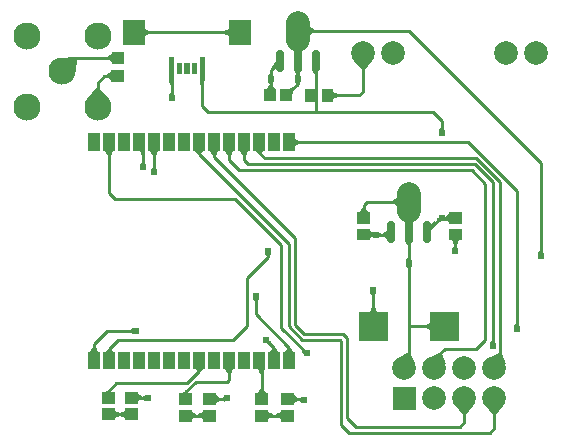
<source format=gtl>
G04 Layer: TopLayer*
G04 EasyEDA v6.1.48, Tue, 21 May 2019 15:32:19 GMT*
G04 55fe052d9e4a4200a3b67694a85f930b,46bf6a40d4384fdb86bc8fc37bf60e4c,10*
G04 Gerber Generator version 0.2*
G04 Scale: 100 percent, Rotated: No, Reflected: No *
G04 Dimensions in millimeters *
G04 leading zeros omitted , absolute positions ,3 integer and 3 decimal *
%FSLAX33Y33*%
%MOMM*%
G90*
G71D02*

%ADD11C,0.250012*%
%ADD12C,1.999996*%
%ADD13C,0.699999*%
%ADD14C,0.620014*%
%ADD20R,0.999998X1.099998*%
%ADD23C,2.299995*%

%LPD*%
G54D11*
G01X9051Y14906D02*
G01X9051Y15909D01*
G01X9801Y16659D01*
G01X19580Y16659D01*
G01X20723Y17802D01*
G01X20723Y21866D01*
G01X22501Y23644D01*
G01X22501Y24152D01*
G01X19211Y33397D02*
G01X19211Y31886D01*
G01X20088Y31010D01*
G01X39757Y31010D01*
G01X40916Y29872D01*
G01X40916Y16659D01*
G01X40154Y15897D01*
G01X37487Y15897D01*
G01X36598Y15008D01*
G01X36598Y14246D01*
G01X25041Y42780D02*
G01X25081Y42821D01*
G01X34439Y42821D01*
G01X45615Y31645D01*
G01X45615Y29232D01*
G01X26311Y35963D02*
G01X36471Y35963D01*
G01X37233Y35201D01*
G01X37233Y34185D01*
G01X16671Y33397D02*
G01X16671Y32394D01*
G01X24279Y24787D01*
G01X24279Y17802D01*
G01X25422Y16659D01*
G01X28597Y16659D01*
G01X28724Y16532D01*
G01X28724Y9420D01*
G01X29359Y8785D01*
G01X41297Y8785D01*
G01X41678Y9166D01*
G01X41678Y11706D01*
G01X27550Y37362D02*
G01X30250Y37362D01*
G01X30558Y37670D01*
G01X30558Y40916D01*
G01X16943Y39635D02*
G01X16913Y39602D01*
G01X16913Y36471D01*
G01X17421Y35963D01*
G01X26311Y35963D01*
G01X17941Y33397D02*
G01X17941Y32140D01*
G01X24787Y25295D01*
G01X24787Y17929D01*
G01X25549Y17167D01*
G01X28851Y17167D01*
G01X29232Y16786D01*
G01X29232Y10055D01*
G01X29994Y9293D01*
G01X38757Y9293D01*
G01X39138Y9674D01*
G01X39138Y11706D01*
G01X34439Y28302D02*
G01X34439Y28343D01*
G01X30883Y28343D01*
G01X30631Y28091D01*
G01X30631Y26979D01*
G01X20481Y33397D02*
G01X20481Y31886D01*
G01X20850Y31518D01*
G01X40027Y31518D01*
G01X41551Y29994D01*
G01X41551Y16151D01*
G01X21751Y33397D02*
G01X21751Y32521D01*
G01X22247Y32026D01*
G01X40154Y32026D01*
G01X42186Y29994D01*
G01X42186Y14246D01*
G01X41678Y14246D01*
G01X9051Y33397D02*
G01X9051Y29092D01*
G01X9547Y28597D01*
G01X19707Y28597D01*
G01X23644Y24660D01*
G01X23644Y17675D01*
G01X25803Y15516D01*
G01X12861Y33397D02*
G01X12861Y30895D01*
G01X12849Y30883D01*
G01X24291Y14906D02*
G01X24291Y16011D01*
G01X21485Y18817D01*
G01X21485Y20342D01*
G01X45615Y29232D02*
G01X45615Y23771D01*
G01X7781Y14906D02*
G01X7781Y16290D01*
G01X8912Y17421D01*
G01X11325Y17421D01*
G01X11960Y31264D02*
G01X11960Y33029D01*
G01X11591Y33397D01*
G01X23539Y40281D02*
G01X22755Y39496D01*
G01X22755Y38757D01*
G01X22755Y38757D02*
G01X22755Y37453D01*
G01X22658Y37356D01*
G01X24058Y37356D02*
G01X25041Y38339D01*
G01X25041Y38757D01*
G01X25041Y38757D02*
G01X25041Y40380D01*
G01X43583Y17548D02*
G01X43583Y29232D01*
G01X40027Y32788D01*
G01X39417Y33397D01*
G01X24291Y33397D01*
G01X14342Y39634D02*
G01X14342Y37106D01*
G01X11142Y42705D02*
G01X20143Y42705D01*
G01X34439Y23136D02*
G01X34439Y25902D01*
G01X5102Y39392D02*
G01X6245Y40535D01*
G01X9801Y40535D01*
G01X25041Y42780D02*
G01X25041Y40380D01*
G01X38379Y26979D02*
G01X37266Y26979D01*
G01X37233Y26946D01*
G01X30632Y25578D02*
G01X31615Y25578D01*
G01X31645Y25549D01*
G01X31645Y25549D02*
G01X32683Y25549D01*
G01X32937Y25803D01*
G01X38379Y25578D02*
G01X38379Y24155D01*
G01X38376Y24152D01*
G01X35940Y25803D02*
G01X37083Y26946D01*
G01X37233Y26946D01*
G01X26541Y35963D02*
G01X26542Y35963D01*
G01X26542Y40281D01*
G01X34058Y14246D02*
G01X34439Y14627D01*
G01X34439Y25902D01*
G01X37461Y17802D02*
G01X37460Y17801D01*
G01X34439Y17801D01*
G01X31416Y17802D02*
G01X31416Y20824D01*
G01X31391Y20850D01*
G01X22374Y16659D02*
G01X23021Y16011D01*
G01X23021Y14906D01*
G01X21993Y10244D02*
G01X24151Y10244D01*
G01X24152Y10243D01*
G01X15516Y10244D02*
G01X17547Y10244D01*
G01X17548Y10243D01*
G01X9039Y10371D02*
G01X10943Y10371D01*
G01X10944Y10370D01*
G01X17548Y11644D02*
G01X19010Y11644D01*
G01X19072Y11706D01*
G01X24152Y11644D02*
G01X25483Y11644D01*
G01X25549Y11579D01*
G01X10944Y11771D02*
G01X12275Y11771D01*
G01X12341Y11706D01*
G01X21751Y14906D02*
G01X21993Y14665D01*
G01X21993Y11643D01*
G01X15516Y11643D02*
G01X15516Y12214D01*
G01X16405Y13103D01*
G01X19072Y13103D01*
G01X19211Y13242D01*
G01X19211Y14906D01*
G01X9039Y11770D02*
G01X9039Y12341D01*
G01X9674Y12976D01*
G01X15643Y12976D01*
G01X16405Y13738D01*
G01X16671Y14004D01*
G01X16671Y14906D01*
G01X8101Y36392D02*
G01X8101Y38454D01*
G01X8658Y39011D01*
G01X9801Y39011D01*
G54D12*
G01X25041Y42030D02*
G01X25041Y43530D01*
G54D13*
G01X25041Y39680D02*
G01X25041Y41080D01*
G01X26542Y39681D02*
G01X26542Y40881D01*
G01X23539Y39681D02*
G01X23539Y40881D01*
G54D12*
G01X34439Y27552D02*
G01X34439Y29052D01*
G54D13*
G01X34439Y25202D02*
G01X34439Y26602D01*
G01X35940Y25203D02*
G01X35940Y26403D01*
G01X32937Y25203D02*
G01X32937Y26403D01*
G36*
G01X10301Y41035D02*
G01X10301Y40035D01*
G01X9301Y40035D01*
G01X9301Y41035D01*
G01X10301Y41035D01*
G37*
G36*
G01X10352Y39510D02*
G01X10352Y38511D01*
G01X9249Y38511D01*
G01X9249Y39510D01*
G01X10352Y39510D01*
G37*
G36*
G01X14116Y38635D02*
G01X14116Y40634D01*
G01X14568Y40634D01*
G01X14568Y38635D01*
G01X14116Y38635D01*
G37*
G36*
G01X14767Y39134D02*
G01X14767Y40134D01*
G01X15217Y40134D01*
G01X15217Y39134D01*
G01X14767Y39134D01*
G37*
G36*
G01X15418Y39134D02*
G01X15418Y40134D01*
G01X15868Y40134D01*
G01X15868Y39134D01*
G01X15418Y39134D01*
G37*
G36*
G01X16068Y39134D02*
G01X16068Y40134D01*
G01X16518Y40134D01*
G01X16518Y39134D01*
G01X16068Y39134D01*
G37*
G36*
G01X16717Y38635D02*
G01X16717Y40634D01*
G01X17169Y40634D01*
G01X17169Y38635D01*
G01X16717Y38635D01*
G37*
G36*
G01X12092Y43755D02*
G01X12092Y41655D01*
G01X10192Y41655D01*
G01X10192Y43755D01*
G01X12092Y43755D01*
G37*
G36*
G01X21093Y43755D02*
G01X21093Y41655D01*
G01X19193Y41655D01*
G01X19193Y43755D01*
G01X21093Y43755D01*
G37*
G36*
G01X16067Y12142D02*
G01X16067Y11144D01*
G01X14964Y11144D01*
G01X14964Y12142D01*
G01X16067Y12142D01*
G37*
G36*
G01X16067Y10743D02*
G01X16067Y9745D01*
G01X14964Y9745D01*
G01X14964Y10743D01*
G01X16067Y10743D01*
G37*
G36*
G01X22544Y12142D02*
G01X22544Y11144D01*
G01X21441Y11144D01*
G01X21441Y12142D01*
G01X22544Y12142D01*
G37*
G36*
G01X22544Y10743D02*
G01X22544Y9745D01*
G01X21441Y9745D01*
G01X21441Y10743D01*
G01X22544Y10743D01*
G37*
G36*
G01X9590Y12269D02*
G01X9590Y11271D01*
G01X8487Y11271D01*
G01X8487Y12269D01*
G01X9590Y12269D01*
G37*
G36*
G01X9590Y10870D02*
G01X9590Y9872D01*
G01X8487Y9872D01*
G01X8487Y10870D01*
G01X9590Y10870D01*
G37*
G54D20*
G01X22657Y37356D03*
G01X24058Y37356D03*
G36*
G01X28051Y36813D02*
G01X27051Y36813D01*
G01X27051Y37913D01*
G01X28051Y37913D01*
G01X28051Y36813D01*
G37*
G36*
G01X26651Y36813D02*
G01X25651Y36813D01*
G01X25651Y37913D01*
G01X26651Y37913D01*
G01X26651Y36813D01*
G37*
G36*
G01X30082Y25078D02*
G01X30082Y26078D01*
G01X31182Y26078D01*
G01X31182Y25078D01*
G01X30082Y25078D01*
G37*
G36*
G01X30082Y26478D02*
G01X30082Y27478D01*
G01X31182Y27478D01*
G01X31182Y26478D01*
G01X30082Y26478D01*
G37*
G36*
G01X37829Y25078D02*
G01X37829Y26078D01*
G01X38929Y26078D01*
G01X38929Y25078D01*
G01X37829Y25078D01*
G37*
G36*
G01X37829Y26478D02*
G01X37829Y27478D01*
G01X38929Y27478D01*
G01X38929Y26478D01*
G01X37829Y26478D01*
G37*
G36*
G01X32629Y16552D02*
G01X30203Y16552D01*
G01X30203Y19051D01*
G01X32629Y19051D01*
G01X32629Y16552D01*
G37*
G36*
G01X38674Y16552D02*
G01X36248Y16552D01*
G01X36248Y19051D01*
G01X38674Y19051D01*
G01X38674Y16552D01*
G37*
G36*
G01X10394Y9870D02*
G01X10394Y10870D01*
G01X11494Y10870D01*
G01X11494Y9870D01*
G01X10394Y9870D01*
G37*
G36*
G01X10394Y11270D02*
G01X10394Y12270D01*
G01X11494Y12270D01*
G01X11494Y11270D01*
G01X10394Y11270D01*
G37*
G36*
G01X16998Y9743D02*
G01X16998Y10743D01*
G01X18098Y10743D01*
G01X18098Y9743D01*
G01X16998Y9743D01*
G37*
G36*
G01X16998Y11143D02*
G01X16998Y12143D01*
G01X18098Y12143D01*
G01X18098Y11143D01*
G01X16998Y11143D01*
G37*
G36*
G01X23602Y9743D02*
G01X23602Y10743D01*
G01X24702Y10743D01*
G01X24702Y9743D01*
G01X23602Y9743D01*
G37*
G36*
G01X23602Y11143D02*
G01X23602Y12143D01*
G01X24702Y12143D01*
G01X24702Y11143D01*
G01X23602Y11143D01*
G37*
G36*
G01X11091Y14155D02*
G01X11091Y15656D01*
G01X12092Y15656D01*
G01X12092Y14155D01*
G01X11091Y14155D01*
G37*
G36*
G01X12361Y14155D02*
G01X12361Y15656D01*
G01X13362Y15656D01*
G01X13362Y14155D01*
G01X12361Y14155D01*
G37*
G36*
G01X13631Y14155D02*
G01X13631Y15656D01*
G01X14632Y15656D01*
G01X14632Y14155D01*
G01X13631Y14155D01*
G37*
G36*
G01X14901Y14155D02*
G01X14901Y15656D01*
G01X15902Y15656D01*
G01X15902Y14155D01*
G01X14901Y14155D01*
G37*
G36*
G01X16171Y14155D02*
G01X16171Y15656D01*
G01X17172Y15656D01*
G01X17172Y14155D01*
G01X16171Y14155D01*
G37*
G36*
G01X17441Y14155D02*
G01X17441Y15656D01*
G01X18442Y15656D01*
G01X18442Y14155D01*
G01X17441Y14155D01*
G37*
G36*
G01X18711Y14155D02*
G01X18711Y15656D01*
G01X19712Y15656D01*
G01X19712Y14155D01*
G01X18711Y14155D01*
G37*
G36*
G01X19981Y14155D02*
G01X19981Y15656D01*
G01X20982Y15656D01*
G01X20982Y14155D01*
G01X19981Y14155D01*
G37*
G36*
G01X23791Y32647D02*
G01X23791Y34148D01*
G01X24792Y34148D01*
G01X24792Y32647D01*
G01X23791Y32647D01*
G37*
G36*
G01X22521Y32647D02*
G01X22521Y34148D01*
G01X23522Y34148D01*
G01X23522Y32647D01*
G01X22521Y32647D01*
G37*
G36*
G01X21251Y32647D02*
G01X21251Y34148D01*
G01X22252Y34148D01*
G01X22252Y32647D01*
G01X21251Y32647D01*
G37*
G36*
G01X19981Y32647D02*
G01X19981Y34148D01*
G01X20982Y34148D01*
G01X20982Y32647D01*
G01X19981Y32647D01*
G37*
G36*
G01X18711Y32647D02*
G01X18711Y34148D01*
G01X19712Y34148D01*
G01X19712Y32647D01*
G01X18711Y32647D01*
G37*
G36*
G01X17441Y32647D02*
G01X17441Y34148D01*
G01X18442Y34148D01*
G01X18442Y32647D01*
G01X17441Y32647D01*
G37*
G36*
G01X16171Y32647D02*
G01X16171Y34148D01*
G01X17172Y34148D01*
G01X17172Y32647D01*
G01X16171Y32647D01*
G37*
G36*
G01X21251Y14155D02*
G01X21251Y15656D01*
G01X22252Y15656D01*
G01X22252Y14155D01*
G01X21251Y14155D01*
G37*
G36*
G01X22521Y14155D02*
G01X22521Y15656D01*
G01X23522Y15656D01*
G01X23522Y14155D01*
G01X22521Y14155D01*
G37*
G36*
G01X23791Y14155D02*
G01X23791Y15656D01*
G01X24792Y15656D01*
G01X24792Y14155D01*
G01X23791Y14155D01*
G37*
G36*
G01X9821Y14155D02*
G01X9821Y15656D01*
G01X10822Y15656D01*
G01X10822Y14155D01*
G01X9821Y14155D01*
G37*
G36*
G01X8551Y14155D02*
G01X8551Y15656D01*
G01X9552Y15656D01*
G01X9552Y14155D01*
G01X8551Y14155D01*
G37*
G36*
G01X7281Y14155D02*
G01X7281Y15656D01*
G01X8282Y15656D01*
G01X8282Y14155D01*
G01X7281Y14155D01*
G37*
G36*
G01X14901Y32647D02*
G01X14901Y34148D01*
G01X15902Y34148D01*
G01X15902Y32647D01*
G01X14901Y32647D01*
G37*
G36*
G01X13631Y32647D02*
G01X13631Y34148D01*
G01X14632Y34148D01*
G01X14632Y32647D01*
G01X13631Y32647D01*
G37*
G36*
G01X12361Y32647D02*
G01X12361Y34148D01*
G01X13362Y34148D01*
G01X13362Y32647D01*
G01X12361Y32647D01*
G37*
G36*
G01X11091Y32647D02*
G01X11091Y34148D01*
G01X12092Y34148D01*
G01X12092Y32647D01*
G01X11091Y32647D01*
G37*
G36*
G01X9821Y32647D02*
G01X9821Y34148D01*
G01X10822Y34148D01*
G01X10822Y32647D01*
G01X9821Y32647D01*
G37*
G36*
G01X8551Y32647D02*
G01X8551Y34148D01*
G01X9552Y34148D01*
G01X9552Y32647D01*
G01X8551Y32647D01*
G37*
G36*
G01X7281Y32647D02*
G01X7281Y34148D01*
G01X8282Y34148D01*
G01X8282Y32647D01*
G01X7281Y32647D01*
G37*

%LPD*%
G36*
G01X6297Y40410D02*
G01X6120Y40587D01*
G01X5030Y40539D01*
G01X6249Y39320D01*
G01X6297Y40410D01*
G37*

%LPD*%
G36*
G01X8226Y37957D02*
G01X7976Y37957D01*
G01X7239Y37152D01*
G01X8964Y37152D01*
G01X8226Y37957D01*
G37*

%LPD*%
G36*
G01X34564Y15516D02*
G01X34314Y15589D01*
G01X33523Y15090D01*
G01X34963Y14671D01*
G01X34564Y15516D01*
G37*

%LPD*%
G36*
G01X37227Y15460D02*
G01X36974Y15561D01*
G01X36145Y15137D01*
G01X37539Y14583D01*
G01X37227Y15460D01*
G37*

%LPD*%
G36*
G01X39888Y11044D02*
G01X38388Y11044D01*
G01X39013Y10344D01*
G01X39263Y10344D01*
G01X39888Y11044D01*
G37*

%LPD*%
G36*
G01X42428Y11044D02*
G01X40928Y11044D01*
G01X41553Y10344D01*
G01X41803Y10344D01*
G01X42428Y11044D01*
G37*

%LPD*%
G36*
G01X42311Y15458D02*
G01X42061Y15559D01*
G01X41228Y15139D01*
G01X42620Y14579D01*
G01X42311Y15458D01*
G37*

%LPD*%
G36*
G01X31308Y40254D02*
G01X29808Y40254D01*
G01X30433Y39554D01*
G01X30683Y39554D01*
G01X31308Y40254D01*
G37*

%LPD*%
G36*
G01X25822Y15825D02*
G01X25592Y15902D01*
G01X25416Y15726D01*
G01X25493Y15496D01*
G01X25822Y15825D01*
G37*

%LPD*%
G36*
G01X12986Y31301D02*
G01X12736Y31308D01*
G01X12622Y31094D01*
G01X13087Y31081D01*
G01X12986Y31301D01*
G37*

%LPD*%
G36*
G01X41676Y16573D02*
G01X41426Y16573D01*
G01X41318Y16356D01*
G01X41783Y16356D01*
G01X41676Y16573D01*
G37*

%LPD*%
G36*
G01X43708Y17970D02*
G01X43458Y17970D01*
G01X43350Y17753D01*
G01X43815Y17753D01*
G01X43708Y17970D01*
G37*

%LPD*%
G36*
G01X11119Y17188D02*
G01X11119Y17653D01*
G01X10902Y17546D01*
G01X10902Y17296D01*
G01X11119Y17188D01*
G37*

%LPD*%
G36*
G01X12085Y31686D02*
G01X11835Y31686D01*
G01X11727Y31469D01*
G01X12192Y31469D01*
G01X12085Y31686D01*
G37*

%LPD*%
G36*
G01X22760Y16448D02*
G01X22683Y16678D01*
G01X22354Y16349D01*
G01X22584Y16272D01*
G01X22760Y16448D01*
G37*

%LPD*%
G36*
G01X22880Y39179D02*
G01X22630Y39179D01*
G01X22522Y38962D01*
G01X22987Y38962D01*
G01X22880Y39179D01*
G37*

%LPD*%
G36*
G01X22987Y38551D02*
G01X22522Y38551D01*
G01X22630Y38334D01*
G01X22880Y38334D01*
G01X22987Y38551D01*
G37*

%LPD*%
G36*
G01X45740Y24193D02*
G01X45490Y24193D01*
G01X45382Y23976D01*
G01X45847Y23976D01*
G01X45740Y24193D01*
G37*

%LPD*%
G36*
G01X31541Y20436D02*
G01X31635Y20659D01*
G01X31171Y20631D01*
G01X31291Y20421D01*
G01X31541Y20436D01*
G37*

%LPD*%
G36*
G01X14467Y37528D02*
G01X14217Y37528D01*
G01X14110Y37311D01*
G01X14575Y37311D01*
G01X14467Y37528D01*
G37*

%LPD*%
G36*
G01X38504Y24573D02*
G01X38254Y24574D01*
G01X38145Y24358D01*
G01X38610Y24355D01*
G01X38504Y24573D01*
G37*

%LPD*%
G36*
G01X31423Y25331D02*
G01X31456Y25795D01*
G01X31232Y25703D01*
G01X31215Y25453D01*
G01X31423Y25331D01*
G37*

%LPD*%
G36*
G01X32067Y25674D02*
G01X31850Y25781D01*
G01X31850Y25316D01*
G01X32067Y25424D01*
G01X32067Y25674D01*
G37*

%LPD*%
G36*
G01X37643Y27104D02*
G01X37419Y27193D01*
G01X37455Y26730D01*
G01X37663Y26854D01*
G01X37643Y27104D01*
G37*

%LPD*%
G36*
G01X37174Y26641D02*
G01X36938Y27042D01*
G01X36803Y26843D01*
G01X36934Y26620D01*
G01X37174Y26641D01*
G37*

%LPD*%
G36*
G01X22733Y23946D02*
G01X22268Y23946D01*
G01X22376Y23729D01*
G01X22626Y23729D01*
G01X22733Y23946D01*
G37*

%LPD*%
G36*
G01X25273Y38551D02*
G01X24808Y38551D01*
G01X24916Y38339D01*
G01X25166Y38339D01*
G01X25273Y38551D01*
G37*

%LPD*%
G36*
G01X25166Y39179D02*
G01X24916Y39179D01*
G01X24808Y38962D01*
G01X25273Y38962D01*
G01X25166Y39179D01*
G37*

%LPD*%
G36*
G01X37358Y34607D02*
G01X37108Y34607D01*
G01X37000Y34390D01*
G01X37465Y34390D01*
G01X37358Y34607D01*
G37*

%LPD*%
G36*
G01X34564Y23558D02*
G01X34314Y23558D01*
G01X34206Y23341D01*
G01X34671Y23341D01*
G01X34564Y23558D01*
G37*

%LPD*%
G36*
G01X34564Y23558D02*
G01X34314Y23558D01*
G01X34206Y23341D01*
G01X34671Y23341D01*
G01X34564Y23558D01*
G37*

%LPD*%
G36*
G01X34671Y22930D02*
G01X34206Y22930D01*
G01X34314Y22713D01*
G01X34564Y22713D01*
G01X34671Y22930D01*
G37*

%LPD*%
G36*
G01X21717Y20136D02*
G01X21252Y20136D01*
G01X21360Y19919D01*
G01X21610Y19919D01*
G01X21717Y20136D01*
G37*

%LPD*%
G36*
G01X18903Y11445D02*
G01X18835Y11905D01*
G01X18635Y11769D01*
G01X18673Y11519D01*
G01X18903Y11445D01*
G37*

%LPD*%
G36*
G01X25310Y11380D02*
G01X25382Y11840D01*
G01X25151Y11769D01*
G01X25112Y11519D01*
G01X25310Y11380D01*
G37*

%LPD*%
G36*
G01X12102Y11507D02*
G01X12174Y11967D01*
G01X11943Y11896D01*
G01X11904Y11646D01*
G01X12102Y11507D01*
G37*

%LPD*%
G36*
G01X9301Y40222D02*
G01X9301Y40847D01*
G01X8926Y40660D01*
G01X8926Y40410D01*
G01X9301Y40222D01*
G37*

%LPD*%
G36*
G01X9249Y38698D02*
G01X9249Y39323D01*
G01X8874Y39136D01*
G01X8874Y38886D01*
G01X9249Y38698D01*
G37*

%LPD*%
G36*
G01X14568Y38635D02*
G01X14116Y38635D01*
G01X14217Y38260D01*
G01X14467Y38260D01*
G01X14568Y38635D01*
G37*

%LPD*%
G36*
G01X17169Y38635D02*
G01X16717Y38635D01*
G01X16788Y38260D01*
G01X17038Y38260D01*
G01X17169Y38635D01*
G37*

%LPD*%
G36*
G01X12467Y42830D02*
G01X12092Y43017D01*
G01X12092Y42392D01*
G01X12467Y42580D01*
G01X12467Y42830D01*
G37*

%LPD*%
G36*
G01X19193Y42392D02*
G01X19193Y43017D01*
G01X18818Y42830D01*
G01X18818Y42580D01*
G01X19193Y42392D01*
G37*

%LPD*%
G36*
G01X15641Y12214D02*
G01X15391Y12214D01*
G01X15203Y12142D01*
G01X15828Y12142D01*
G01X15641Y12214D01*
G37*

%LPD*%
G36*
G01X16442Y10369D02*
G01X16067Y10556D01*
G01X16067Y9931D01*
G01X16442Y10119D01*
G01X16442Y10369D01*
G37*

%LPD*%
G36*
G01X22118Y12517D02*
G01X21868Y12517D01*
G01X21680Y12142D01*
G01X22305Y12142D01*
G01X22118Y12517D01*
G37*

%LPD*%
G36*
G01X22919Y10369D02*
G01X22544Y10556D01*
G01X22544Y9931D01*
G01X22919Y10119D01*
G01X22919Y10369D01*
G37*

%LPD*%
G36*
G01X9164Y12341D02*
G01X8914Y12341D01*
G01X8726Y12269D01*
G01X9351Y12269D01*
G01X9164Y12341D01*
G37*

%LPD*%
G36*
G01X9965Y10496D02*
G01X9590Y10683D01*
G01X9590Y10058D01*
G01X9965Y10246D01*
G01X9965Y10496D01*
G37*

%LPD*%
G36*
G01X22880Y38282D02*
G01X22630Y38282D01*
G01X22442Y37907D01*
G01X23067Y37907D01*
G01X22880Y38282D01*
G37*

%LPD*%
G36*
G01X24719Y37841D02*
G01X24592Y38068D01*
G01X24253Y37907D01*
G01X24557Y37361D01*
G01X24719Y37841D01*
G37*

%LPD*%
G36*
G01X28426Y37487D02*
G01X28051Y37675D01*
G01X28051Y37050D01*
G01X28426Y37237D01*
G01X28426Y37487D01*
G37*

%LPD*%
G36*
G01X31557Y25703D02*
G01X31182Y25891D01*
G01X31182Y25266D01*
G01X31557Y25453D01*
G01X31557Y25703D01*
G37*

%LPD*%
G36*
G01X30756Y27853D02*
G01X30506Y27853D01*
G01X30318Y27478D01*
G01X30944Y27478D01*
G01X30756Y27853D01*
G37*

%LPD*%
G36*
G01X38691Y25078D02*
G01X38066Y25078D01*
G01X38254Y24703D01*
G01X38504Y24703D01*
G01X38691Y25078D01*
G37*

%LPD*%
G36*
G01X37829Y26666D02*
G01X37829Y27291D01*
G01X37454Y27104D01*
G01X37454Y26854D01*
G01X37829Y26666D01*
G37*

%LPD*%
G36*
G01X31541Y19426D02*
G01X31291Y19426D01*
G01X31103Y19051D01*
G01X31728Y19051D01*
G01X31541Y19426D01*
G37*

%LPD*%
G36*
G01X36248Y17488D02*
G01X36248Y18113D01*
G01X35873Y17926D01*
G01X35873Y17676D01*
G01X36248Y17488D01*
G37*

%LPD*%
G36*
G01X10393Y10058D02*
G01X10393Y10683D01*
G01X10018Y10496D01*
G01X10018Y10246D01*
G01X10393Y10058D01*
G37*

%LPD*%
G36*
G01X11869Y11896D02*
G01X11494Y12083D01*
G01X11494Y11458D01*
G01X11869Y11646D01*
G01X11869Y11896D01*
G37*

%LPD*%
G36*
G01X16997Y9931D02*
G01X16997Y10556D01*
G01X16622Y10369D01*
G01X16622Y10119D01*
G01X16997Y9931D01*
G37*

%LPD*%
G36*
G01X18473Y11769D02*
G01X18098Y11956D01*
G01X18098Y11331D01*
G01X18473Y11519D01*
G01X18473Y11769D01*
G37*

%LPD*%
G36*
G01X23601Y9931D02*
G01X23601Y10556D01*
G01X23226Y10369D01*
G01X23226Y10119D01*
G01X23601Y9931D01*
G37*

%LPD*%
G36*
G01X25077Y11769D02*
G01X24702Y11956D01*
G01X24702Y11331D01*
G01X25077Y11519D01*
G01X25077Y11769D01*
G37*

%LPD*%
G36*
G01X16984Y14155D02*
G01X16359Y14155D01*
G01X16546Y14004D01*
G01X16796Y14004D01*
G01X16984Y14155D01*
G37*

%LPD*%
G36*
G01X19524Y14155D02*
G01X18899Y14155D01*
G01X19086Y13780D01*
G01X19336Y13780D01*
G01X19524Y14155D01*
G37*

%LPD*%
G36*
G01X25167Y33522D02*
G01X24792Y33710D01*
G01X24792Y33085D01*
G01X25167Y33272D01*
G01X25167Y33522D01*
G37*

%LPD*%
G36*
G01X22064Y32647D02*
G01X21439Y32647D01*
G01X21626Y32521D01*
G01X21876Y32521D01*
G01X22064Y32647D01*
G37*

%LPD*%
G36*
G01X20794Y32647D02*
G01X20169Y32647D01*
G01X20356Y32272D01*
G01X20606Y32272D01*
G01X20794Y32647D01*
G37*

%LPD*%
G36*
G01X19524Y32647D02*
G01X18899Y32647D01*
G01X19086Y32272D01*
G01X19336Y32272D01*
G01X19524Y32647D01*
G37*

%LPD*%
G36*
G01X18254Y32647D02*
G01X17629Y32647D01*
G01X17816Y32272D01*
G01X18066Y32272D01*
G01X18254Y32647D01*
G37*

%LPD*%
G36*
G01X16984Y32647D02*
G01X16359Y32647D01*
G01X16546Y32394D01*
G01X16796Y32394D01*
G01X16984Y32647D01*
G37*

%LPD*%
G36*
G01X22252Y14155D02*
G01X21680Y14155D01*
G01X21868Y13780D01*
G01X22118Y13780D01*
G01X22252Y14155D01*
G37*

%LPD*%
G36*
G01X23146Y16011D02*
G01X22896Y16011D01*
G01X22709Y15656D01*
G01X23334Y15656D01*
G01X23146Y16011D01*
G37*

%LPD*%
G36*
G01X24416Y16011D02*
G01X24166Y16011D01*
G01X23979Y15656D01*
G01X24604Y15656D01*
G01X24416Y16011D01*
G37*

%LPD*%
G36*
G01X9176Y15909D02*
G01X8926Y15909D01*
G01X8739Y15656D01*
G01X9364Y15656D01*
G01X9176Y15909D01*
G37*

%LPD*%
G36*
G01X7906Y16031D02*
G01X7656Y16031D01*
G01X7469Y15656D01*
G01X8094Y15656D01*
G01X7906Y16031D01*
G37*

%LPD*%
G36*
G01X13174Y32647D02*
G01X12549Y32647D01*
G01X12736Y32272D01*
G01X12986Y32272D01*
G01X13174Y32647D01*
G37*

%LPD*%
G36*
G01X12092Y32647D02*
G01X11647Y32647D01*
G01X11835Y32272D01*
G01X12085Y32272D01*
G01X12092Y32647D01*
G37*

%LPD*%
G36*
G01X9364Y32647D02*
G01X8739Y32647D01*
G01X8926Y32272D01*
G01X9176Y32272D01*
G01X9364Y32647D01*
G37*

%LPD*%
G36*
G01X26416Y42946D02*
G01X26041Y43133D01*
G01X26041Y42508D01*
G01X26416Y42696D01*
G01X26416Y42946D01*
G37*

%LPD*%
G36*
G01X25353Y41080D02*
G01X24728Y41080D01*
G01X24916Y40705D01*
G01X25166Y40705D01*
G01X25353Y41080D01*
G37*

%LPD*%
G36*
G01X25353Y39522D02*
G01X24728Y39522D01*
G01X24916Y39147D01*
G01X25166Y39147D01*
G01X25353Y39522D01*
G37*

%LPD*%
G36*
G01X25166Y41612D02*
G01X24916Y41612D01*
G01X24728Y41237D01*
G01X25353Y41237D01*
G01X25166Y41612D01*
G37*

%LPD*%
G36*
G01X26854Y39523D02*
G01X26229Y39523D01*
G01X26417Y39148D01*
G01X26667Y39148D01*
G01X26854Y39523D01*
G37*

%LPD*%
G36*
G01X23195Y39618D02*
G01X23189Y40243D01*
G01X22814Y39732D01*
G01X22814Y39379D01*
G01X23195Y39618D01*
G37*

%LPD*%
G36*
G01X33439Y28030D02*
G01X33439Y28655D01*
G01X33064Y28468D01*
G01X33064Y28218D01*
G01X33439Y28030D01*
G37*

%LPD*%
G36*
G01X34751Y25044D02*
G01X34126Y25044D01*
G01X34314Y24669D01*
G01X34564Y24669D01*
G01X34751Y25044D01*
G37*

%LPD*%
G36*
G01X34751Y25044D02*
G01X34126Y25044D01*
G01X34314Y24669D01*
G01X34564Y24669D01*
G01X34751Y25044D01*
G37*

%LPD*%
G36*
G01X36665Y26351D02*
G01X36665Y26704D01*
G01X36284Y26465D01*
G01X36290Y25840D01*
G01X36665Y26351D01*
G37*

%LPD*%
G36*
G01X32587Y25236D02*
G01X32587Y25861D01*
G01X32212Y25674D01*
G01X32212Y25424D01*
G01X32587Y25236D01*
G37*
G54D23*
G01X5102Y39392D03*
G01X8101Y36392D03*
G01X2102Y36392D03*
G01X2102Y42391D03*
G01X8101Y42391D03*
G36*
G01X33057Y10706D02*
G01X33057Y12706D01*
G01X35057Y12706D01*
G01X35057Y10706D01*
G01X33057Y10706D01*
G37*
G54D12*
G01X34058Y14246D03*
G01X36598Y11706D03*
G01X36598Y14246D03*
G01X39138Y11706D03*
G01X39138Y14246D03*
G01X41678Y11706D03*
G01X41678Y14246D03*
G01X30558Y40916D03*
G01X33098Y40916D03*
G01X42638Y40916D03*
G01X45178Y40916D03*
G54D14*
G01X25803Y15516D03*
G01X12849Y30883D03*
G01X41551Y16151D03*
G01X43583Y17548D03*
G01X11325Y17421D03*
G01X11960Y31264D03*
G01X22374Y16659D03*
G01X22755Y38757D03*
G01X45615Y23771D03*
G01X31391Y20850D03*
G01X14342Y37106D03*
G01X38376Y24152D03*
G01X31645Y25549D03*
G01X37233Y26946D03*
G01X22501Y24152D03*
G01X25041Y38757D03*
G01X37233Y34185D03*
G01X34439Y23136D03*
G01X21485Y20342D03*
G01X19072Y11706D03*
G01X25549Y11579D03*
G01X12341Y11706D03*
M00*
M02*

</source>
